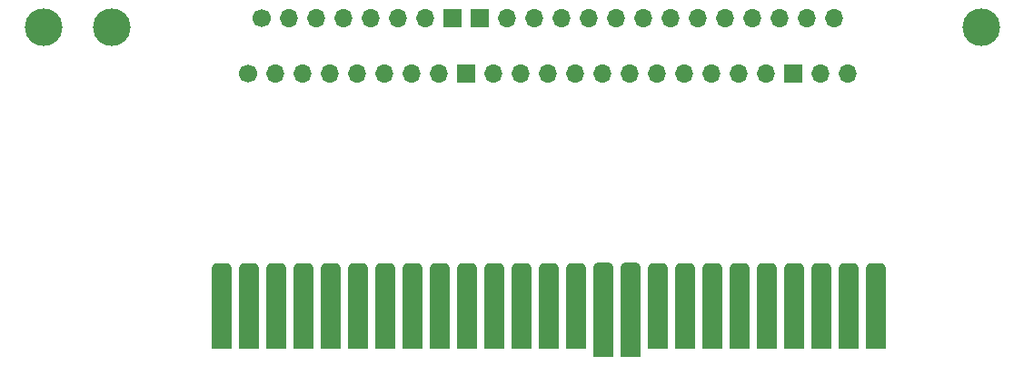
<source format=gbr>
%TF.GenerationSoftware,KiCad,Pcbnew,(6.0.6)*%
%TF.CreationDate,2022-12-16T03:55:14-05:00*%
%TF.ProjectId,SMS-to-GG,534d532d-746f-42d4-9747-2e6b69636164,rev?*%
%TF.SameCoordinates,Original*%
%TF.FileFunction,Soldermask,Bot*%
%TF.FilePolarity,Negative*%
%FSLAX46Y46*%
G04 Gerber Fmt 4.6, Leading zero omitted, Abs format (unit mm)*
G04 Created by KiCad (PCBNEW (6.0.6)) date 2022-12-16 03:55:14*
%MOMM*%
%LPD*%
G01*
G04 APERTURE LIST*
G04 Aperture macros list*
%AMFreePoly0*
4,1,17,-0.910000,3.545000,-0.901941,3.630258,-0.857113,3.757908,-0.776734,3.866734,-0.667908,3.947113,-0.540258,3.991941,-0.455000,4.000000,0.455000,4.000000,0.540258,3.991941,0.667908,3.947113,0.776734,3.866734,0.857113,3.757908,0.901941,3.630258,0.910000,3.545000,0.910000,-4.000000,-0.910000,-4.000000,-0.910000,3.545000,-0.910000,3.545000,$1*%
%AMFreePoly1*
4,1,17,-0.910000,3.945000,-0.901941,4.030258,-0.857113,4.157908,-0.776734,4.266734,-0.667908,4.347113,-0.540258,4.391941,-0.455000,4.400000,0.455000,4.400000,0.540258,4.391941,0.667908,4.347113,0.776734,4.266734,0.857113,4.157908,0.901941,4.030258,0.910000,3.945000,0.910000,-4.400000,-0.910000,-4.400000,-0.910000,3.945000,-0.910000,3.945000,$1*%
G04 Aperture macros list end*
%ADD10C,3.500000*%
%ADD11C,1.700000*%
%ADD12O,1.700000X1.700000*%
%ADD13R,1.700000X1.700000*%
%ADD14FreePoly0,0.000000*%
%ADD15FreePoly1,0.000000*%
G04 APERTURE END LIST*
D10*
%TO.C,J2*%
X16483000Y-86293000D03*
X22833000Y-86293000D03*
X103859000Y-86293000D03*
D11*
X35533000Y-90611000D03*
X36803000Y-85491000D03*
D12*
X38073000Y-90611000D03*
X39343000Y-85491000D03*
X40613000Y-90611000D03*
X41883000Y-85491000D03*
X43153000Y-90611000D03*
X44423000Y-85491000D03*
X45693000Y-90611000D03*
X46963000Y-85491000D03*
X48233000Y-90611000D03*
X49503000Y-85491000D03*
X50773000Y-90611000D03*
X52043000Y-85491000D03*
X53313000Y-90611000D03*
D13*
X54583000Y-85491000D03*
X55853000Y-90611000D03*
X57123000Y-85491000D03*
D12*
X58393000Y-90611000D03*
X59663000Y-85491000D03*
X60933000Y-90611000D03*
X62203000Y-85491000D03*
X63473000Y-90611000D03*
X64743000Y-85491000D03*
X66013000Y-90611000D03*
X67283000Y-85491000D03*
X68553000Y-90611000D03*
X69823000Y-85491000D03*
X71093000Y-90611000D03*
X72363000Y-85491000D03*
X73633000Y-90611000D03*
X74903000Y-85491000D03*
X76173000Y-90611000D03*
X77443000Y-85491000D03*
X78713000Y-90611000D03*
X79983000Y-85491000D03*
X81253000Y-90611000D03*
X82523000Y-85491000D03*
X83793000Y-90611000D03*
X85063000Y-85491000D03*
D13*
X86333000Y-90611000D03*
D12*
X87603000Y-85491000D03*
X88873000Y-90611000D03*
X90143000Y-85491000D03*
X91413000Y-90611000D03*
%TD*%
D14*
%TO.C,J1*%
X94037000Y-112268000D03*
X91497000Y-112268000D03*
X88957000Y-112268000D03*
X86417000Y-112268000D03*
X83877000Y-112268000D03*
X81337000Y-112268000D03*
X78797000Y-112268000D03*
X76257000Y-112268000D03*
X73717000Y-112268000D03*
D15*
X71177000Y-112668000D03*
X68637000Y-112668000D03*
D14*
X66097000Y-112268000D03*
X63557000Y-112268000D03*
X61017000Y-112268000D03*
X58477000Y-112268000D03*
X55937000Y-112268000D03*
X53397000Y-112268000D03*
X50857000Y-112268000D03*
X48317000Y-112268000D03*
X45777000Y-112268000D03*
X43237000Y-112268000D03*
X40697000Y-112268000D03*
X38157000Y-112268000D03*
X35617000Y-112268000D03*
X33077000Y-112268000D03*
%TD*%
M02*

</source>
